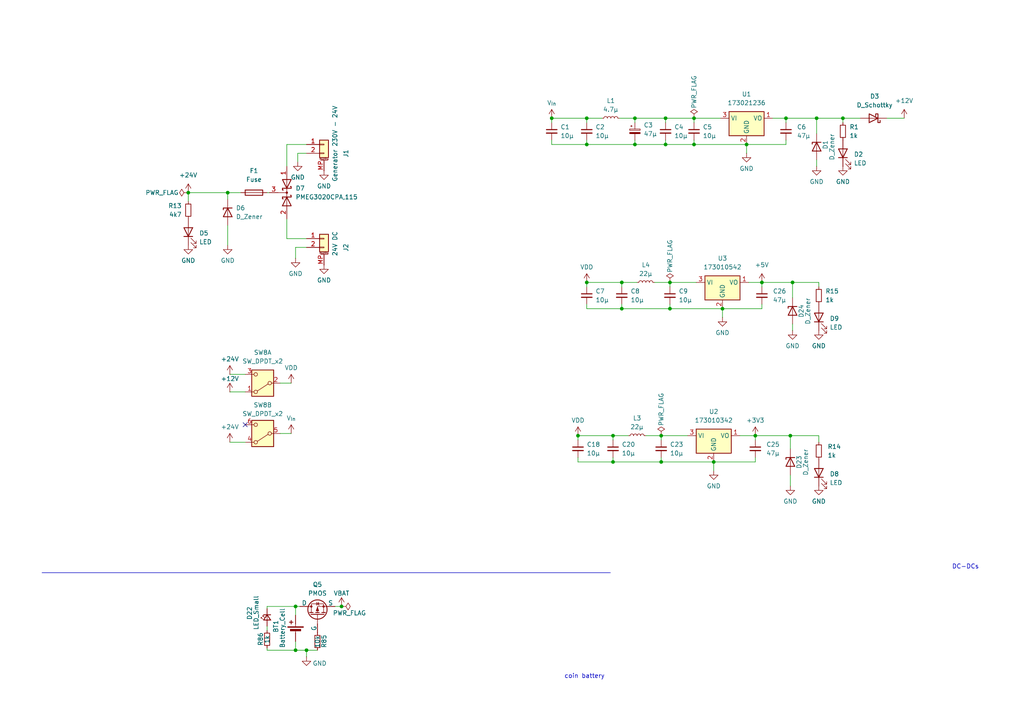
<source format=kicad_sch>
(kicad_sch (version 20250114) (generator "eeschema") (generator_version "9.0")
  (paper "A4")
  (lib_symbols
    (symbol "Connector_Generic_MountingPin:Conn_01x02_MountingPin" (pin_names (offset 1.016) (hide yes))
      (property "Reference" "J" (at 0 2.54 0))
      (property "Value" "Conn_01x02_MountingPin" (at 1.27 -5.08 0))
      (symbol "Conn_01x02_MountingPin_1_1"
        (rectangle (start -1.27 1.27) (end 1.27 -3.81) (stroke (width 0.254)) (fill (type background)))
        (rectangle (start -1.27 0.127) (end 0 -0.127) (stroke (width 0.1524)))
        (rectangle (start -1.27 -2.413) (end 0 -2.667) (stroke (width 0.1524)))
        (polyline (pts (xy -1.016 -4.572) (xy 1.016 -4.572)) (stroke (width 0.1524)))
        (text "Mounting" (at 0 -4.191 0) (effects (font (size 0.381 0.381))))
        (pin passive line (at -5.08 0 0) (length 3.81) (name "Pin_1") (number "1"))
        (pin passive line (at -5.08 -2.54 0) (length 3.81) (name "Pin_2") (number "2"))
        (pin passive line (at 0 -7.62 90) (length 3.048) (name "MountPin") (number "MP"))
      )
    )
    (symbol "D_Zener_1" (pin_numbers (hide yes)) (pin_names (offset 1.016) (hide yes))
      (property "Reference" "D1" (at -1.905 -2.54 0))
      (property "Value" "D_Zener" (at -3.81 -4.445 0))
      (symbol "D_Zener_1_0_1"
        (polyline (pts (xy -1.27 -1.27) (xy -1.27 1.27) (xy -0.762 1.27)) (stroke (width 0.254)))
        (polyline (pts (xy 1.27 0) (xy -1.27 0)))
        (polyline (pts (xy 1.27 -1.27) (xy 1.27 1.27) (xy -1.27 0) (xy 1.27 -1.27)) (stroke (width 0.254)))
      )
      (symbol "D_Zener_1_1_1"
        (pin passive line (at -3.81 0 0) (length 2.54) (name "K") (number "3"))
        (pin passive line (at 3.81 0 180) (length 2.54) (name "A") (number "1"))
      )
    )
    (symbol "Device:Battery_Cell" (pin_numbers (hide yes)) (pin_names (offset 0) (hide yes))
      (property "Reference" "BT" (at 2.54 2.54 0))
      (property "Value" "Battery_Cell" (at 2.54 0 0))
      (symbol "Battery_Cell_0_1"
        (rectangle (start -2.286 1.778) (end 2.286 1.524) (fill (type outline)))
        (rectangle (start -1.524 1.016) (end 1.524 0.508) (fill (type outline)))
        (polyline (pts (xy 0 1.778) (xy 0 2.54)))
        (polyline (pts (xy 0 0.762) (xy 0 0)))
        (polyline (pts (xy 0.762 3.048) (xy 1.778 3.048)) (stroke (width 0.254)))
        (polyline (pts (xy 1.27 3.556) (xy 1.27 2.54)) (stroke (width 0.254)))
      )
      (symbol "Battery_Cell_1_1"
        (pin passive line (at 0 5.08 270) (length 2.54) (name "+") (number "1"))
        (pin passive line (at 0 -2.54 90) (length 2.54) (name "-") (number "2"))
      )
    )
    (symbol "Device:C_Polarized_Small" (pin_numbers (hide yes)) (pin_names (offset 0.254) (hide yes))
      (property "Reference" "C" (at 0.254 1.778 0))
      (property "Value" "C_Polarized_Small" (at 0.254 -2.032 0))
      (symbol "C_Polarized_Small_0_1"
        (rectangle (start -1.524 0.6858) (end 1.524 0.3048))
        (rectangle (start -1.524 -0.3048) (end 1.524 -0.6858) (fill (type outline)))
        (polyline (pts (xy -1.27 1.524) (xy -0.762 1.524)))
        (polyline (pts (xy -1.016 1.27) (xy -1.016 1.778)))
      )
      (symbol "C_Polarized_Small_1_1"
        (pin passive line (at 0 2.54 270) (length 1.8542) (name "~") (number "1"))
        (pin passive line (at 0 -2.54 90) (length 1.8542) (name "~") (number "2"))
      )
    )
    (symbol "Device:C_Small" (pin_numbers (hide yes)) (pin_names (offset 0.254) (hide yes))
      (property "Reference" "C" (at 0.254 1.778 0))
      (property "Value" "C_Small" (at 0.254 -2.032 0))
      (symbol "C_Small_0_1"
        (polyline (pts (xy -1.524 0.508) (xy 1.524 0.508)) (stroke (width 0.3048)))
        (polyline (pts (xy -1.524 -0.508) (xy 1.524 -0.508)) (stroke (width 0.3302)))
      )
      (symbol "C_Small_1_1"
        (pin passive line (at 0 2.54 270) (length 2.032) (name "~") (number "1"))
        (pin passive line (at 0 -2.54 90) (length 2.032) (name "~") (number "2"))
      )
    )
    (symbol "Device:D_Schottky" (pin_numbers (hide yes)) (pin_names (offset 1.016) (hide yes))
      (property "Reference" "D3" (at -0.3175 -6.35 0))
      (property "Value" "D_Schottky" (at -0.3175 -3.81 0))
      (symbol "D_Schottky_0_1"
        (polyline (pts (xy -1.905 0.635) (xy -1.905 1.27) (xy -1.27 1.27) (xy -1.27 -1.27) (xy -0.635 -1.27) (xy -0.635 -0.635)) (stroke (width 0.254)))
        (polyline (pts (xy 1.27 1.27) (xy 1.27 -1.27) (xy -1.27 0) (xy 1.27 1.27)) (stroke (width 0.254)))
        (polyline (pts (xy 1.27 0) (xy -1.27 0)))
      )
      (symbol "D_Schottky_1_1"
        (pin passive line (at -3.81 0 0) (length 2.54) (name "K") (number "3"))
        (pin passive line (at 3.81 0 180) (length 2.54) (name "A") (number "2"))
      )
    )
    (symbol "Device:D_Schottky_Dual_CommonCathode_AAK" (pin_names (offset 0.762) (hide yes))
      (property "Reference" "D" (at 1.27 -2.54 0))
      (property "Value" "D_Schottky_Dual_CommonCathode_AAK" (at 0 2.54 0))
      (symbol "D_Schottky_Dual_CommonCathode_AAK_0_1"
        (polyline (pts (xy -3.81 1.27) (xy -1.27 0) (xy -3.81 -1.27) (xy -3.81 1.27) (xy -3.81 1.27) (xy -3.81 1.27)) (stroke (width 0.254)))
        (polyline (pts (xy -3.81 0) (xy 3.81 0)))
        (polyline (pts (xy -1.778 1.016) (xy -1.778 1.27) (xy -1.27 1.27) (xy -1.27 1.27) (xy -1.27 1.27)) (stroke (width 0.254)))
        (polyline (pts (xy -1.27 -1.27) (xy -1.27 1.27) (xy -1.27 1.27)) (stroke (width 0.254)))
        (polyline (pts (xy -1.27 -1.27) (xy -0.762 -1.27) (xy -0.762 -1.016) (xy -0.762 -1.016)) (stroke (width 0.254)))
        (polyline (pts (xy 0 0) (xy 0 -2.54)))
        (circle (center 0 0) (radius 0.254) (fill (type outline)))
        (polyline (pts (xy 1.27 1.27) (xy 0.762 1.27) (xy 0.762 1.016) (xy 0.762 1.016)) (stroke (width 0.254)))
        (polyline (pts (xy 1.27 -1.27) (xy 1.27 1.27) (xy 1.27 1.27)) (stroke (width 0.254)))
        (polyline (pts (xy 1.27 -1.27) (xy 1.778 -1.27) (xy 1.778 -1.016) (xy 1.778 -1.016)) (stroke (width 0.254)))
        (polyline (pts (xy 3.81 -1.27) (xy 1.27 0) (xy 3.81 1.27) (xy 3.81 -1.27) (xy 3.81 -1.27) (xy 3.81 -1.27)) (stroke (width 0.254)))
        (pin passive line (at -7.62 0 0) (length 3.81) (name "A") (number "1"))
        (pin passive line (at 0 -5.08 90) (length 2.54) (name "K") (number "3"))
        (pin passive line (at 7.62 0 180) (length 3.81) (name "A") (number "2"))
      )
    )
    (symbol "Device:D_Zener" (pin_numbers (hide yes)) (pin_names (offset 1.016) (hide yes))
      (property "Reference" "D" (at 0 2.54 0))
      (property "Value" "D_Zener" (at 0 -2.54 0))
      (symbol "D_Zener_0_1"
        (polyline (pts (xy -1.27 -1.27) (xy -1.27 1.27) (xy -0.762 1.27)) (stroke (width 0.254)))
        (polyline (pts (xy 1.27 0) (xy -1.27 0)))
        (polyline (pts (xy 1.27 -1.27) (xy 1.27 1.27) (xy -1.27 0) (xy 1.27 -1.27)) (stroke (width 0.254)))
      )
      (symbol "D_Zener_1_1"
        (pin passive line (at -3.81 0 0) (length 2.54) (name "K") (number "1"))
        (pin passive line (at 3.81 0 180) (length 2.54) (name "A") (number "2"))
      )
    )
    (symbol "Device:Fuse" (pin_numbers (hide yes)) (pin_names (offset 0))
      (property "Reference" "F" (at 2.032 0 90))
      (property "Value" "Fuse" (at -1.905 0 90))
      (symbol "Fuse_0_1"
        (rectangle (start -0.762 -2.54) (end 0.762 2.54) (stroke (width 0.254)))
        (polyline (pts (xy 0 2.54) (xy 0 -2.54)))
      )
      (symbol "Fuse_1_1"
        (pin passive line (at 0 3.81 270) (length 1.27) (name "~") (number "1"))
        (pin passive line (at 0 -3.81 90) (length 1.27) (name "~") (number "2"))
      )
    )
    (symbol "Device:LED" (pin_numbers (hide yes)) (pin_names (offset 1.016) (hide yes))
      (property "Reference" "D" (at 0 2.54 0))
      (property "Value" "LED" (at 0 -2.54 0))
      (symbol "LED_0_1"
        (polyline (pts (xy -3.048 -0.762) (xy -4.572 -2.286) (xy -3.81 -2.286) (xy -4.572 -2.286) (xy -4.572 -1.524)))
        (polyline (pts (xy -1.778 -0.762) (xy -3.302 -2.286) (xy -2.54 -2.286) (xy -3.302 -2.286) (xy -3.302 -1.524)))
        (polyline (pts (xy -1.27 0) (xy 1.27 0)))
        (polyline (pts (xy -1.27 -1.27) (xy -1.27 1.27)) (stroke (width 0.254)))
        (polyline (pts (xy 1.27 -1.27) (xy 1.27 1.27) (xy -1.27 0) (xy 1.27 -1.27)) (stroke (width 0.254)))
      )
      (symbol "LED_1_1"
        (pin passive line (at -3.81 0 0) (length 2.54) (name "K") (number "1"))
        (pin passive line (at 3.81 0 180) (length 2.54) (name "A") (number "2"))
      )
    )
    (symbol "Device:LED_Small" (pin_numbers (hide yes)) (pin_names (offset 0.254) (hide yes))
      (property "Reference" "D" (at -1.27 3.175 0))
      (property "Value" "LED_Small" (at -4.445 -2.54 0))
      (symbol "LED_Small_0_1"
        (polyline (pts (xy -0.762 -1.016) (xy -0.762 1.016)) (stroke (width 0.254)))
        (polyline (pts (xy 0 0.762) (xy -0.508 1.27) (xy -0.254 1.27) (xy -0.508 1.27) (xy -0.508 1.016)))
        (polyline (pts (xy 0.508 1.27) (xy 0 1.778) (xy 0.254 1.778) (xy 0 1.778) (xy 0 1.524)))
        (polyline (pts (xy 0.762 -1.016) (xy -0.762 0) (xy 0.762 1.016) (xy 0.762 -1.016)) (stroke (width 0.254)))
        (polyline (pts (xy 1.016 0) (xy -0.762 0)))
      )
      (symbol "LED_Small_1_1"
        (pin passive line (at -2.54 0 0) (length 1.778) (name "K") (number "1"))
        (pin passive line (at 2.54 0 180) (length 1.778) (name "A") (number "2"))
      )
    )
    (symbol "Device:L_Small" (pin_numbers (hide yes)) (pin_names (offset 0.254) (hide yes))
      (property "Reference" "L" (at 0.762 1.016 0))
      (property "Value" "L_Small" (at 0.762 -1.016 0))
      (symbol "L_Small_0_1"
        (arc (start 0 2.032) (mid 0.5058 1.524) (end 0 1.016))
        (arc (start 0 1.016) (mid 0.5058 0.508) (end 0 0))
        (arc (start 0 0) (mid 0.5058 -0.508) (end 0 -1.016))
        (arc (start 0 -1.016) (mid 0.5058 -1.524) (end 0 -2.032))
      )
      (symbol "L_Small_1_1"
        (pin passive line (at 0 2.54 270) (length 0.508) (name "~") (number "1"))
        (pin passive line (at 0 -2.54 90) (length 0.508) (name "~") (number "2"))
      )
    )
    (symbol "Device:R_Small" (pin_numbers (hide yes)) (pin_names (offset 0.254) (hide yes))
      (property "Reference" "R" (at 0.762 0.508 0))
      (property "Value" "R_Small" (at 0.762 -1.016 0))
      (symbol "R_Small_0_1"
        (rectangle (start -0.762 1.778) (end 0.762 -1.778) (stroke (width 0.2032)))
      )
      (symbol "R_Small_1_1"
        (pin passive line (at 0 2.54 270) (length 0.762) (name "~") (number "1"))
        (pin passive line (at 0 -2.54 90) (length 0.762) (name "~") (number "2"))
      )
    )
    (symbol "LD1117S12TR_SOT223_1"
      (property "Reference" "U2" (at 0 6.985 0))
      (property "Value" "173010342" (at 0 4.445 0))
      (symbol "LD1117S12TR_SOT223_1_0_1"
        (rectangle (start -5.08 -5.08) (end 5.08 1.905) (stroke (width 0.254)) (fill (type background)))
      )
      (symbol "LD1117S12TR_SOT223_1_1_1"
        (pin power_in line (at -7.62 0 0) (length 2.54) (name "VI") (number "3"))
        (pin power_in line (at 0 -7.62 90) (length 2.54) (name "GND") (number "2"))
        (pin power_out line (at 7.62 0 180) (length 2.54) (name "VO") (number "1"))
      )
    )
    (symbol "Regulator_Linear:LD1117S12TR_SOT223"
      (property "Reference" "U3" (at 0 6.985 0))
      (property "Value" "173020536" (at 0 4.445 0))
      (symbol "LD1117S12TR_SOT223_0_1"
        (rectangle (start -5.08 -5.08) (end 5.08 1.905) (stroke (width 0.254)) (fill (type background)))
      )
      (symbol "LD1117S12TR_SOT223_1_1"
        (pin power_in line (at -7.62 0 0) (length 2.54) (name "VI") (number "3"))
        (pin power_in line (at 0 -7.62 90) (length 2.54) (name "GND") (number "2"))
        (pin power_out line (at 7.62 0 180) (length 2.54) (name "VO") (number "1"))
      )
    )
    (symbol "Simulation_SPICE:PMOS" (pin_numbers (hide yes)) (pin_names (offset 0))
      (property "Reference" "Q" (at 5.08 1.27 0))
      (property "Value" "PMOS" (at 5.08 -1.27 0))
      (symbol "PMOS_0_1"
        (polyline (pts (xy 0.254 1.905) (xy 0.254 -1.905)) (stroke (width 0.254)))
        (polyline (pts (xy 0.254 0) (xy -2.54 0)))
        (polyline (pts (xy 0.762 2.286) (xy 0.762 1.27)) (stroke (width 0.254)))
        (polyline (pts (xy 0.762 1.778) (xy 3.302 1.778) (xy 3.302 -1.778) (xy 0.762 -1.778)))
        (polyline (pts (xy 0.762 0.508) (xy 0.762 -0.508)) (stroke (width 0.254)))
        (polyline (pts (xy 0.762 -1.27) (xy 0.762 -2.286)) (stroke (width 0.254)))
        (circle (center 1.651 0) (radius 2.794) (stroke (width 0.254)))
        (polyline (pts (xy 2.286 0) (xy 1.27 0.381) (xy 1.27 -0.381) (xy 2.286 0)) (fill (type outline)))
        (polyline (pts (xy 2.54 2.54) (xy 2.54 1.778)))
        (circle (center 2.54 1.778) (radius 0.254) (fill (type outline)))
        (circle (center 2.54 -1.778) (radius 0.254) (fill (type outline)))
        (polyline (pts (xy 2.54 -2.54) (xy 2.54 0) (xy 0.762 0)))
        (polyline (pts (xy 2.794 -0.508) (xy 2.921 -0.381) (xy 3.683 -0.381) (xy 3.81 -0.254)))
        (polyline (pts (xy 3.302 -0.381) (xy 2.921 0.254) (xy 3.683 0.254) (xy 3.302 -0.381)))
      )
      (symbol "PMOS_1_1"
        (pin input line (at -5.08 0 0) (length 2.54) (name "G") (number "2"))
        (pin passive line (at 2.54 5.08 270) (length 2.54) (name "D") (number "1"))
        (pin passive line (at 2.54 -5.08 90) (length 2.54) (name "S") (number "3"))
      )
    )
    (symbol "Switch:SW_DPDT_x2" (pin_names (offset 0) (hide yes))
      (property "Reference" "SW" (at 0 5.08 0))
      (property "Value" "SW_DPDT_x2" (at 0 -5.08 0))
      (symbol "SW_DPDT_x2_0_0"
        (circle (center -2.032 0) (radius 0.508))
        (circle (center 2.032 -2.54) (radius 0.508))
      )
      (symbol "SW_DPDT_x2_0_1"
        (rectangle (start -3.175 3.81) (end 3.175 -3.81) (stroke (width 0.254)) (fill (type background)))
        (polyline (pts (xy -1.524 0.254) (xy 1.5748 2.286)))
        (circle (center 2.032 2.54) (radius 0.508))
      )
      (symbol "SW_DPDT_x2_1_1"
        (pin passive line (at -5.08 0 0) (length 2.54) (name "B") (number "2"))
        (pin passive line (at 5.08 2.54 180) (length 2.54) (name "A") (number "1"))
        (pin passive line (at 5.08 -2.54 180) (length 2.54) (name "C") (number "3"))
      )
      (symbol "SW_DPDT_x2_2_1"
        (pin passive line (at -5.08 0 0) (length 2.54) (name "B") (number "5"))
        (pin passive line (at 5.08 2.54 180) (length 2.54) (name "A") (number "4"))
        (pin passive line (at 5.08 -2.54 180) (length 2.54) (name "C") (number "6"))
      )
    )
    (symbol "power:+12V" (power) (pin_numbers (hide yes)) (pin_names (offset 0) (hide yes))
      (property "Value" "+12V" (at 0 3.556 0))
      (symbol "+12V_0_1"
        (polyline (pts (xy -0.762 1.27) (xy 0 2.54)))
        (polyline (pts (xy 0 2.54) (xy 0.762 1.27)))
        (polyline (pts (xy 0 0) (xy 0 2.54)))
      )
      (symbol "+12V_1_1"
        (pin power_in line (at 0 0 90) (length 0) (name "~") (number "1"))
      )
    )
    (symbol "power:+24V" (power) (pin_numbers (hide yes)) (pin_names (offset 0) (hide yes))
      (property "Value" "+24V" (at 0 3.556 0))
      (symbol "+24V_0_1"
        (polyline (pts (xy -0.762 1.27) (xy 0 2.54)))
        (polyline (pts (xy 0 2.54) (xy 0.762 1.27)))
        (polyline (pts (xy 0 0) (xy 0 2.54)))
      )
      (symbol "+24V_1_1"
        (pin power_in line (at 0 0 90) (length 0) (name "~") (number "1"))
      )
    )
    (symbol "power:+3V3" (power) (pin_numbers (hide yes)) (pin_names (offset 0) (hide yes))
      (property "Value" "+3V3" (at 0 3.556 0))
      (symbol "+3V3_0_1"
        (polyline (pts (xy -0.762 1.27) (xy 0 2.54)))
        (polyline (pts (xy 0 2.54) (xy 0.762 1.27)))
        (polyline (pts (xy 0 0) (xy 0 2.54)))
      )
      (symbol "+3V3_1_1"
        (pin power_in line (at 0 0 90) (length 0) (name "~") (number "1"))
      )
    )
    (symbol "power:+5V" (power) (pin_numbers (hide yes)) (pin_names (offset 0) (hide yes))
      (property "Value" "+5V" (at 0 3.556 0))
      (symbol "+5V_0_1"
        (polyline (pts (xy -0.762 1.27) (xy 0 2.54)))
        (polyline (pts (xy 0 2.54) (xy 0.762 1.27)))
        (polyline (pts (xy 0 0) (xy 0 2.54)))
      )
      (symbol "+5V_1_1"
        (pin power_in line (at 0 0 90) (length 0) (name "~") (number "1"))
      )
    )
    (symbol "power:GND" (power) (pin_numbers (hide yes)) (pin_names (offset 0) (hide yes))
      (property "Value" "GND" (at 0 -3.81 0))
      (symbol "GND_0_1"
        (polyline (pts (xy 0 0) (xy 0 -1.27) (xy 1.27 -1.27) (xy 0 -2.54) (xy -1.27 -1.27) (xy 0 -1.27)))
      )
      (symbol "GND_1_1"
        (pin power_in line (at 0 0 270) (length 0) (name "~") (number "1"))
      )
    )
    (symbol "power:PWR_FLAG" (power) (pin_numbers (hide yes)) (pin_names (offset 0) (hide yes))
      (property "Value" "PWR_FLAG" (at 0 3.81 0))
      (symbol "PWR_FLAG_0_0"
        (pin power_out line (at 0 0 90) (length 0) (name "~") (number "1"))
      )
      (symbol "PWR_FLAG_0_1"
        (polyline (pts (xy 0 0) (xy 0 1.27) (xy -1.016 1.905) (xy 0 2.54) (xy 1.016 1.905) (xy 0 1.27)))
      )
    )
    (symbol "power:VDD" (power) (pin_numbers (hide yes)) (pin_names (offset 0) (hide yes))
      (property "Value" "VDD" (at 0 3.556 0))
      (symbol "VDD_0_1"
        (polyline (pts (xy -0.762 1.27) (xy 0 2.54)))
        (polyline (pts (xy 0 2.54) (xy 0.762 1.27)))
        (polyline (pts (xy 0 0) (xy 0 2.54)))
      )
      (symbol "VDD_1_1"
        (pin power_in line (at 0 0 90) (length 0) (name "~") (number "1"))
      )
    )
  )
  (text "coin battery" (at 169.545 196.215 0) (effects (font (size 1.27 1.27))))
  (text "DC-DCs" (at 280.035 164.465 0) (effects (font (size 1.27 1.27))))
  (junction (at 167.64 126.365))
  (junction (at 207.01 133.985))
  (junction (at 227.965 34.29))
  (junction (at 201.295 41.91))
  (junction (at 85.725 188.595))
  (junction (at 54.61 55.88))
  (junction (at 191.77 126.365))
  (junction (at 180.34 81.915))
  (junction (at 229.87 81.915))
  (junction (at 85.725 175.895))
  (junction (at 219.075 126.365))
  (junction (at 194.31 81.915))
  (junction (at 170.18 34.29))
  (junction (at 177.8 126.365))
  (junction (at 191.77 133.985))
  (junction (at 88.9 188.595))
  (junction (at 160.02 34.29))
  (junction (at 177.8 133.985))
  (junction (at 201.295 34.29))
  (junction (at 229.235 126.365))
  (junction (at 99.06 175.895))
  (junction (at 170.18 41.91))
  (junction (at 220.98 81.915))
  (junction (at 216.535 41.91))
  (junction (at 170.18 81.915))
  (junction (at 244.475 34.29))
  (junction (at 180.34 89.535))
  (junction (at 66.04 55.88))
  (junction (at 184.15 34.29))
  (junction (at 236.855 34.29))
  (junction (at 193.04 34.29))
  (junction (at 209.55 89.535))
  (junction (at 184.15 41.91))
  (junction (at 194.31 89.535))
  (junction (at 193.04 41.91))
  (no_connect (at 71.12 123.19))
  (wire (pts (xy 180.34 81.915) (xy 184.785 81.915)))
  (wire (pts (xy 83.185 69.215) (xy 83.185 63.5)))
  (wire (pts (xy 229.87 81.915) (xy 220.98 81.915)))
  (wire (pts (xy 236.855 34.29) (xy 236.855 38.735)))
  (wire (pts (xy 180.34 88.265) (xy 180.34 89.535)))
  (wire (pts (xy 83.185 41.91) (xy 88.9 41.91)))
  (wire (pts (xy 167.64 126.365) (xy 167.64 127.635)))
  (wire (pts (xy 184.15 34.29) (xy 184.15 35.56)))
  (wire (pts (xy 220.98 88.265) (xy 220.98 89.535)))
  (wire (pts (xy 160.02 34.29) (xy 170.18 34.29)))
  (wire (pts (xy 167.64 126.365) (xy 177.8 126.365)))
  (wire (pts (xy 220.98 89.535) (xy 209.55 89.535)))
  (wire (pts (xy 170.18 40.64) (xy 170.18 41.91)))
  (wire (pts (xy 77.47 182.88) (xy 77.47 181.61)))
  (wire (pts (xy 191.77 133.985) (xy 207.01 133.985)))
  (wire (pts (xy 229.235 130.175) (xy 229.235 126.365)))
  (wire (pts (xy 54.61 55.88) (xy 66.04 55.88)))
  (wire (pts (xy 77.47 55.88) (xy 78.105 55.88)))
  (wire (pts (xy 214.63 126.365) (xy 219.075 126.365)))
  (wire (pts (xy 193.04 34.29) (xy 193.04 35.56)))
  (wire (pts (xy 236.855 46.355) (xy 236.855 48.26)))
  (wire (pts (xy 219.075 126.365) (xy 219.075 127.635)))
  (wire (pts (xy 66.675 128.27) (xy 71.12 128.27)))
  (wire (pts (xy 244.475 34.29) (xy 249.555 34.29)))
  (wire (pts (xy 167.64 133.985) (xy 177.8 133.985)))
  (wire (pts (xy 160.02 34.29) (xy 160.02 35.56)))
  (wire (pts (xy 177.8 126.365) (xy 182.245 126.365)))
  (wire (pts (xy 88.9 188.595) (xy 92.075 188.595)))
  (wire (pts (xy 194.31 81.915) (xy 194.31 83.185)))
  (wire (pts (xy 224.155 34.29) (xy 227.965 34.29)))
  (wire (pts (xy 179.705 34.29) (xy 184.15 34.29)))
  (wire (pts (xy 170.18 34.29) (xy 170.18 35.56)))
  (wire (pts (xy 85.725 188.595) (xy 88.9 188.595)))
  (wire (pts (xy 66.04 55.88) (xy 69.85 55.88)))
  (wire (pts (xy 81.28 111.125) (xy 84.455 111.125)))
  (wire (pts (xy 194.31 89.535) (xy 209.55 89.535)))
  (wire (pts (xy 201.295 41.91) (xy 216.535 41.91)))
  (wire (pts (xy 201.295 34.29) (xy 201.295 35.56)))
  (wire (pts (xy 187.325 126.365) (xy 191.77 126.365)))
  (wire (pts (xy 184.15 40.64) (xy 184.15 41.91)))
  (wire (pts (xy 66.04 65.405) (xy 66.04 71.12)))
  (wire (pts (xy 257.175 34.29) (xy 262.255 34.29)))
  (wire (pts (xy 227.965 34.29) (xy 227.965 35.56)))
  (wire (pts (xy 97.155 175.895) (xy 99.06 175.895)))
  (wire (pts (xy 85.725 175.895) (xy 86.995 175.895)))
  (wire (pts (xy 209.55 89.535) (xy 209.55 92.075)))
  (wire (pts (xy 191.77 126.365) (xy 199.39 126.365)))
  (wire (pts (xy 77.47 187.96) (xy 77.47 188.595)))
  (wire (pts (xy 184.15 34.29) (xy 193.04 34.29)))
  (wire (pts (xy 244.475 35.56) (xy 244.475 34.29)))
  (wire (pts (xy 170.18 81.915) (xy 170.18 83.185)))
  (wire (pts (xy 77.47 175.895) (xy 85.725 175.895)))
  (wire (pts (xy 77.47 176.53) (xy 77.47 175.895)))
  (wire (pts (xy 177.8 132.715) (xy 177.8 133.985)))
  (wire (pts (xy 191.77 126.365) (xy 191.77 127.635)))
  (wire (pts (xy 201.295 40.64) (xy 201.295 41.91)))
  (wire (pts (xy 193.04 34.29) (xy 201.295 34.29)))
  (wire (pts (xy 207.01 133.985) (xy 207.01 136.525)))
  (wire (pts (xy 220.98 81.915) (xy 220.98 83.185)))
  (wire (pts (xy 170.18 89.535) (xy 180.34 89.535)))
  (wire (pts (xy 180.34 89.535) (xy 194.31 89.535)))
  (wire (pts (xy 88.9 69.215) (xy 83.185 69.215)))
  (wire (pts (xy 193.04 40.64) (xy 193.04 41.91)))
  (wire (pts (xy 189.865 81.915) (xy 194.31 81.915)))
  (wire (pts (xy 237.49 83.185) (xy 237.49 81.915)))
  (wire (pts (xy 193.04 41.91) (xy 201.295 41.91)))
  (wire (pts (xy 170.18 41.91) (xy 184.15 41.91)))
  (wire (pts (xy 237.49 126.365) (xy 237.49 128.27)))
  (wire (pts (xy 229.87 81.915) (xy 229.87 86.36)))
  (wire (pts (xy 170.18 88.265) (xy 170.18 89.535)))
  (wire (pts (xy 83.185 48.26) (xy 83.185 41.91)))
  (wire (pts (xy 86.36 44.45) (xy 86.36 46.99)))
  (wire (pts (xy 227.965 40.64) (xy 227.965 41.91)))
  (wire (pts (xy 244.475 34.29) (xy 236.855 34.29)))
  (wire (pts (xy 177.8 126.365) (xy 177.8 127.635)))
  (wire (pts (xy 66.04 55.88) (xy 66.04 57.785)))
  (wire (pts (xy 88.9 188.595) (xy 88.9 190.5)))
  (wire (pts (xy 170.18 34.29) (xy 174.625 34.29)))
  (wire (pts (xy 227.965 41.91) (xy 216.535 41.91)))
  (wire (pts (xy 160.02 41.91) (xy 170.18 41.91)))
  (wire (pts (xy 170.18 81.915) (xy 180.34 81.915)))
  (wire (pts (xy 85.725 186.055) (xy 85.725 188.595)))
  (wire (pts (xy 86.36 44.45) (xy 88.9 44.45)))
  (wire (pts (xy 81.28 125.73) (xy 84.455 125.73)))
  (wire (pts (xy 237.49 81.915) (xy 229.87 81.915)))
  (wire (pts (xy 219.075 126.365) (xy 229.235 126.365)))
  (wire (pts (xy 177.8 133.985) (xy 191.77 133.985)))
  (wire (pts (xy 85.725 178.435) (xy 85.725 175.895)))
  (wire (pts (xy 229.235 126.365) (xy 237.49 126.365)))
  (wire (pts (xy 217.17 81.915) (xy 220.98 81.915)))
  (wire (pts (xy 167.64 132.715) (xy 167.64 133.985)))
  (wire (pts (xy 85.725 71.755) (xy 85.725 74.93)))
  (wire (pts (xy 54.61 58.42) (xy 54.61 55.88)))
  (wire (pts (xy 191.77 132.715) (xy 191.77 133.985)))
  (wire (pts (xy 66.675 108.585) (xy 71.12 108.585)))
  (wire (pts (xy 184.15 41.91) (xy 193.04 41.91)))
  (wire (pts (xy 194.31 88.265) (xy 194.31 89.535)))
  (wire (pts (xy 88.9 71.755) (xy 85.725 71.755)))
  (wire (pts (xy 207.01 133.985) (xy 219.075 133.985)))
  (wire (pts (xy 236.855 34.29) (xy 227.965 34.29)))
  (wire (pts (xy 219.075 132.715) (xy 219.075 133.985)))
  (wire (pts (xy 180.34 81.915) (xy 180.34 83.185)))
  (wire (pts (xy 160.02 40.64) (xy 160.02 41.91)))
  (wire (pts (xy 229.87 93.98) (xy 229.87 95.885)))
  (wire (pts (xy 194.31 81.915) (xy 201.93 81.915)))
  (polyline (pts (xy 177.038 166.116) (xy 12.192 166.116)))
  (wire (pts (xy 66.675 113.665) (xy 71.12 113.665)))
  (wire (pts (xy 77.47 188.595) (xy 85.725 188.595)))
  (wire (pts (xy 229.235 137.795) (xy 229.235 140.97)))
  (wire (pts (xy 216.535 41.91) (xy 216.535 44.45)))
  (wire (pts (xy 201.295 34.29) (xy 208.915 34.29)))
  (symbol (lib_id "power:GND") (at 207.01 136.525 0) (unit 1)
    (property "Reference" "#PWR025" (effects (hide yes)))
    (property "Value" "GND" (at 207.01 140.97 0))
    (property "Description" "Power symbol creates a global label with name \"GND\" , ground" (effects (hide yes)))
  )
  (symbol (lib_id "power:PWR_FLAG") (at 54.61 55.88 90) (unit 1)
    (property "Reference" "#FLG01" (effects (hide yes)))
    (property "Value" "PWR_FLAG" (at 46.99 55.88 90))
    (property "Description" "Special symbol for telling ERC where power comes from" (effects (hide yes)))
  )
  (symbol (lib_id "Connector_Generic_MountingPin:Conn_01x02_MountingPin") (at 93.98 41.91 0) (unit 1)
    (property "Reference" "J1" (at 100.33 45.72 90) (effects (justify left)))
    (property "Value" "Generator 230V - 24V" (at 97.155 52.705 90) (effects (justify left)))
    (property "Footprint" "FaSTTUBe_connectors:Micro_Mate-N-Lok_2p_vertical" (effects (hide yes)))
    (property "Description" "Generic connectable mounting pin connector, single row, 01x02, script generated (kicad-library-utils/schlib/autogen/connector/)" (effects (hide yes)))
  )
  (symbol (lib_name "D_Zener_1") (lib_id "Device:D_Zener") (at 236.855 42.545 90) (mirror x) (unit 1)
    (property "Reference" "D1" (at 239.395 40.64 0) (effects (justify left)))
    (property "Value" "D_Zener" (at 241.3 38.735 0) (effects (justify left)))
    (property "Footprint" "Package_TO_SOT_SMD:SOT-23-3" (effects (hide yes)))
    (property "Datasheet" "https://www.onsemi.com/products/discrete-power-modules/zener-diodes/mmsz" (effects (hide yes)))
    (property "Description" "MMSZ24T1G" (effects (hide yes)))
  )
  (symbol (lib_id "Device:C_Small") (at 193.04 38.1 0) (unit 1)
    (property "Reference" "C4" (at 195.58 36.8362 0) (effects (justify left)))
    (property "Value" "10µ" (at 195.58 39.3762 0) (effects (justify left)))
    (property "Footprint" "Capacitor_SMD:C_1206_3216Metric" (effects (hide yes)))
    (property "Description" "Unpolarized capacitor, X5R" (effects (hide yes)))
  )
  (symbol (lib_id "power:+24V") (at 54.61 55.88 0) (unit 1)
    (property "Reference" "#PWR022" (effects (hide yes)))
    (property "Value" "+24V" (at 54.61 50.8 0))
    (property "Description" "Power symbol creates a global label with name \"+24V\"" (effects (hide yes)))
  )
  (symbol (lib_id "Device:C_Small") (at 167.64 130.175 0) (unit 1)
    (property "Reference" "C18" (at 170.18 128.9112 0) (effects (justify left)))
    (property "Value" "10µ" (at 170.18 131.4512 0) (effects (justify left)))
    (property "Footprint" "Capacitor_SMD:C_1206_3216Metric" (effects (hide yes)))
    (property "Description" "Unpolarized capacitor, X5R" (effects (hide yes)))
  )
  (symbol (lib_id "Device:R_Small") (at 92.075 186.055 0) (unit 1)
    (property "Reference" "R85" (at 93.98 187.96 90) (effects (justify left)))
    (property "Value" "10k" (at 92.075 187.96 90) (effects (justify left)))
    (property "Footprint" "Resistor_SMD:R_0603_1608Metric" (effects (hide yes)))
    (property "Description" "Resistor, small symbol" (effects (hide yes)))
  )
  (symbol (lib_id "power:GND") (at 88.9 190.5 0) (unit 1)
    (property "Reference" "#PWR0200" (effects (hide yes)))
    (property "Value" "GND" (at 92.71 192.405 0))
    (property "Description" "Power symbol creates a global label with name \"GND\" , ground" (effects (hide yes)))
  )
  (symbol (lib_id "Device:LED_Small") (at 77.47 179.07 90) (mirror x) (unit 1)
    (property "Reference" "D22" (at 72.39 175.895 0) (effects (justify left)))
    (property "Value" "LED_Small" (at 74.295 172.72 0) (effects (justify left)))
    (property "Footprint" "LED_SMD:LED_0603_1608Metric" (effects (hide yes)))
    (property "Description" "Light emitting diode, small symbol" (effects (hide yes)))
    (property "Sim.Pin" "1=K 2=A" (effects (hide yes)))
  )
  (symbol (lib_id "Device:LED") (at 244.475 44.45 90) (unit 1)
    (property "Reference" "D2" (at 247.65 44.7674 90) (effects (justify right)))
    (property "Value" "LED" (at 247.65 47.3074 90) (effects (justify right)))
    (property "Footprint" "LED_SMD:LED_0603_1608Metric" (effects (hide yes)))
    (property "Description" "Light emitting diode" (effects (hide yes)))
  )
  (symbol (lib_id "power:+3V3") (at 219.075 126.365 0) (unit 1)
    (property "Reference" "#PWR029" (effects (hide yes)))
    (property "Value" "+3V3" (at 219.075 121.92 0))
    (property "Description" "Power symbol creates a global label with name \"+3V3\"" (effects (hide yes)))
  )
  (symbol (lib_id "Regulator_Linear:LD1117S12TR_SOT223") (at 216.535 34.29 0) (unit 1)
    (property "Reference" "U1" (at 216.535 27.305 0))
    (property "Value" "173021236" (at 216.535 29.845 0))
    (property "Footprint" "Charger:173010542" (effects (hide yes)))
    (property "Datasheet" "https://www.we-online.com/components/products/datasheet/173021236.pdf" (effects (hide yes)))
    (property "Description" "800mA Fixed Low Drop Positive Voltage Regulator, Fixed Output 1.2V, SOT-223" (effects (hide yes)))
  )
  (symbol (lib_id "Device:C_Polarized_Small") (at 184.15 38.1 0) (unit 1)
    (property "Reference" "C3" (at 186.69 36.2838 0) (effects (justify left)))
    (property "Value" "47µ" (at 186.69 38.8238 0) (effects (justify left)))
    (property "Footprint" "Capacitor_SMD:CP_Elec_6.3x7.7" (effects (hide yes)))
    (property "Datasheet" "https://www.we-online.com/components/products/datasheet/865060645008.pdf" (effects (hide yes)))
    (property "Description" "865060645008" (effects (hide yes)))
  )
  (symbol (lib_id "power:+5V") (at 220.98 81.915 0) (unit 1)
    (property "Reference" "#PWR032" (effects (hide yes)))
    (property "Value" "+5V" (at 220.98 76.835 0))
    (property "Description" "Power symbol creates a global label with name \"+5V\"" (effects (hide yes)))
  )
  (symbol (lib_id "power:PWR_FLAG") (at 191.77 126.365 0) (unit 1)
    (property "Reference" "#FLG02" (effects (hide yes)))
    (property "Value" "PWR_FLAG" (at 191.77 118.745 90))
    (property "Description" "Special symbol for telling ERC where power comes from" (effects (hide yes)))
  )
  (symbol (lib_id "power:VDD") (at 167.64 126.365 0) (unit 1)
    (property "Reference" "#PWR07" (effects (hide yes)))
    (property "Value" "VDD" (at 167.64 121.92 0))
    (property "Description" "Power symbol creates a global label with name \"VDD\"" (effects (hide yes)))
  )
  (symbol (lib_id "Device:L_Small") (at 177.165 34.29 90) (unit 1)
    (property "Reference" "L1" (at 177.165 29.21 90))
    (property "Value" "4.7µ" (at 177.165 31.75 90))
    (property "Footprint" "Inductor_SMD:L_Wuerth_WE-PD2-Typ-MS" (effects (hide yes)))
    (property "Datasheet" "https://www.we-online.com/components/products/datasheet/744774047.pdf" (effects (hide yes)))
    (property "Description" "744774047" (effects (hide yes)))
  )
  (symbol (lib_id "Device:C_Small") (at 191.77 130.175 0) (unit 1)
    (property "Reference" "C23" (at 194.31 128.9112 0) (effects (justify left)))
    (property "Value" "10µ" (at 194.31 131.4512 0) (effects (justify left)))
    (property "Footprint" "Capacitor_SMD:C_1206_3216Metric" (effects (hide yes)))
    (property "Description" "Unpolarized capacitor, X5R" (effects (hide yes)))
  )
  (symbol (lib_id "Switch:SW_DPDT_x2") (at 76.2 125.73 180) (unit 2)
    (property "Reference" "SW8" (at 76.2 117.475 0))
    (property "Value" "SW_DPDT_x2" (at 76.2 120.015 0))
    (property "Footprint" "FaSTTUBe_connectors:Micro_Mate-N-Lok_4p_vertical" (effects (hide yes)))
    (property "Description" "Switch, dual pole double throw, separate symbols" (effects (hide yes)))
  )
  (symbol (lib_id "Device:Battery_Cell") (at 85.725 183.515 0) (mirror y) (unit 1)
    (property "Reference" "BT1" (at 80.01 183.515 90) (effects (justify left)))
    (property "Value" "Battery_Cell" (at 81.915 187.96 90) (effects (justify left)))
    (property "Footprint" "Battery:BatteryHolder_Multicomp_BC-2001_1x2032" (effects (hide yes)))
    (property "Description" "Single-cell battery" (effects (hide yes)))
  )
  (symbol (lib_id "Device:LED") (at 237.49 92.075 90) (unit 1)
    (property "Reference" "D9" (at 240.665 92.3924 90) (effects (justify right)))
    (property "Value" "LED" (at 240.665 94.9324 90) (effects (justify right)))
    (property "Footprint" "LED_SMD:LED_0603_1608Metric" (effects (hide yes)))
    (property "Description" "Light emitting diode" (effects (hide yes)))
  )
  (symbol (lib_id "power:GND") (at 244.475 48.26 0) (unit 1)
    (property "Reference" "#PWR05" (effects (hide yes)))
    (property "Value" "GND" (at 244.475 52.705 0))
    (property "Description" "Power symbol creates a global label with name \"GND\" , ground" (effects (hide yes)))
  )
  (symbol (lib_id "power:VDD") (at 84.455 111.125 0) (unit 1)
    (property "Reference" "#PWR010" (effects (hide yes)))
    (property "Value" "VDD" (at 84.455 106.68 0))
    (property "Description" "Power symbol creates a global label with name \"VDD\"" (effects (hide yes)))
  )
  (symbol (lib_id "Device:LED") (at 54.61 67.31 90) (unit 1)
    (property "Reference" "D5" (at 57.785 67.6274 90) (effects (justify right)))
    (property "Value" "LED" (at 57.785 70.1674 90) (effects (justify right)))
    (property "Footprint" "LED_SMD:LED_0603_1608Metric" (effects (hide yes)))
    (property "Description" "Light emitting diode" (effects (hide yes)))
  )
  (symbol (lib_id "Device:C_Small") (at 160.02 38.1 0) (unit 1)
    (property "Reference" "C1" (at 162.56 36.8362 0) (effects (justify left)))
    (property "Value" "10µ" (at 162.56 39.3762 0) (effects (justify left)))
    (property "Footprint" "Capacitor_SMD:C_1206_3216Metric" (effects (hide yes)))
    (property "Description" "Unpolarized capacitor, X5R" (effects (hide yes)))
  )
  (symbol (lib_id "power:GND") (at 237.49 95.885 0) (unit 1)
    (property "Reference" "#PWR034" (effects (hide yes)))
    (property "Value" "GND" (at 237.49 100.33 0))
    (property "Description" "Power symbol creates a global label with name \"GND\" , ground" (effects (hide yes)))
  )
  (symbol (lib_name "LD1117S12TR_SOT223_1") (lib_id "Regulator_Linear:LD1117S12TR_SOT223") (at 207.01 126.365 0) (unit 1)
    (property "Reference" "U2" (at 207.01 119.38 0))
    (property "Value" "173010342" (at 207.01 121.92 0))
    (property "Footprint" "Charger:173010542" (effects (hide yes)))
    (property "Datasheet" "https://www.we-online.com/components/products/datasheet/173010342.pdf" (effects (hide yes)))
    (property "Description" "800mA Fixed Low Drop Positive Voltage Regulator, Fixed Output 1.2V, SOT-223" (effects (hide yes)))
  )
  (symbol (lib_id "Device:R_Small") (at 54.61 60.96 0) (mirror y) (unit 1)
    (property "Reference" "R13" (at 52.705 59.6899 0) (effects (justify left)))
    (property "Value" "4k7" (at 52.705 62.2299 0) (effects (justify left)))
    (property "Footprint" "Resistor_SMD:R_0603_1608Metric" (effects (hide yes)))
    (property "Description" "Resistor, small symbol" (effects (hide yes)))
  )
  (symbol (lib_id "power:PWR_FLAG") (at 99.06 175.895 270) (unit 1)
    (property "Reference" "#FLG08" (effects (hide yes)))
    (property "Value" "PWR_FLAG" (at 96.52 177.8 90) (effects (justify left)))
    (property "Description" "Special symbol for telling ERC where power comes from" (effects (hide yes)))
  )
  (symbol (lib_id "Device:D_Zener") (at 229.87 90.17 90) (mirror x) (unit 1)
    (property "Reference" "D24" (at 232.41 88.265 0) (effects (justify left)))
    (property "Value" "D_Zener" (at 234.315 86.36 0) (effects (justify left)))
    (property "Footprint" "Diode_SMD:D_SOD-123F" (effects (hide yes)))
    (property "Datasheet" "https://www.onsemi.com/products/discrete-power-modules/zener-diodes/mmsz" (effects (hide yes)))
    (property "Description" "MMSZ24T1G" (effects (hide yes)))
  )
  (symbol (lib_id "power:GND") (at 237.49 140.97 0) (unit 1)
    (property "Reference" "#PWR033" (effects (hide yes)))
    (property "Value" "GND" (at 237.49 145.415 0))
    (property "Description" "Power symbol creates a global label with name \"GND\" , ground" (effects (hide yes)))
  )
  (symbol (lib_id "Regulator_Linear:LD1117S12TR_SOT223") (at 209.55 81.915 0) (unit 1)
    (property "Reference" "U3" (at 209.55 74.93 0))
    (property "Value" "173010542" (at 209.55 77.47 0))
    (property "Footprint" "Charger:173010542" (effects (hide yes)))
    (property "Datasheet" "https://www.we-online.com/components/products/datasheet/173010542.pdf" (effects (hide yes)))
    (property "Description" "800mA Fixed Low Drop Positive Voltage Regulator, Fixed Output 1.2V, SOT-223" (effects (hide yes)))
  )
  (symbol (lib_id "Device:R_Small") (at 237.49 130.81 0) (unit 1)
    (property "Reference" "R14" (at 240.03 129.5399 0) (effects (justify left)))
    (property "Value" "1k" (at 240.03 132.0799 0) (effects (justify left)))
    (property "Footprint" "Resistor_SMD:R_0603_1608Metric" (effects (hide yes)))
    (property "Description" "Resistor, small symbol" (effects (hide yes)))
  )
  (symbol (lib_id "power:+24V") (at 66.675 128.27 0) (unit 1)
    (property "Reference" "#PWR01" (effects (hide yes)))
    (property "Value" "+24V" (at 66.675 123.825 0))
    (property "Description" "Power symbol creates a global label with name \"+24V\"" (effects (hide yes)))
  )
  (symbol (lib_id "Device:D_Zener") (at 229.235 133.985 90) (mirror x) (unit 1)
    (property "Reference" "D23" (at 231.775 132.08 0) (effects (justify left)))
    (property "Value" "D_Zener" (at 233.68 130.175 0) (effects (justify left)))
    (property "Footprint" "Diode_SMD:D_SOD-123F" (effects (hide yes)))
    (property "Datasheet" "https://www.onsemi.com/products/discrete-power-modules/zener-diodes/mmsz" (effects (hide yes)))
    (property "Description" "BZT52H-C3V3,115" (effects (hide yes)))
  )
  (symbol (lib_id "Device:L_Small") (at 187.325 81.915 90) (unit 1)
    (property "Reference" "L4" (at 187.325 76.835 90))
    (property "Value" "22µ" (at 187.325 79.375 90))
    (property "Footprint" "Inductor_SMD:L_Wuerth_WE-PD2-Typ-MS" (effects (hide yes)))
    (property "Datasheet" "https://www.we-online.com/components/products/datasheet/744774122.pdf" (effects (hide yes)))
    (property "Description" "744774122" (effects (hide yes)))
  )
  (symbol (lib_id "Switch:SW_DPDT_x2") (at 76.2 111.125 180) (unit 1)
    (property "Reference" "SW8" (at 76.2 102.235 0))
    (property "Value" "SW_DPDT_x2" (at 76.2 104.775 0))
    (property "Footprint" "FaSTTUBe_connectors:Micro_Mate-N-Lok_4p_vertical" (effects (hide yes)))
    (property "Description" "Switch, dual pole double throw, separate symbols" (effects (hide yes)))
  )
  (symbol (lib_id "power:GND") (at 85.725 74.93 0) (mirror y) (unit 1)
    (property "Reference" "#PWR026" (effects (hide yes)))
    (property "Value" "GND" (at 85.725 79.375 0))
    (property "Description" "Power symbol creates a global label with name \"GND\" , ground" (effects (hide yes)))
  )
  (symbol (lib_id "power:GND") (at 93.98 49.53 0) (mirror y) (unit 1)
    (property "Reference" "#PWR030" (effects (hide yes)))
    (property "Value" "GND" (at 93.98 53.975 0))
    (property "Description" "Power symbol creates a global label with name \"GND\" , ground" (effects (hide yes)))
  )
  (symbol (lib_id "power:VDD") (at 84.455 125.73 0) (unit 1)
    (property "Reference" "#PWR012" (effects (hide yes)))
    (property "Value" "V_{In}" (at 84.455 121.285 0))
    (property "Description" "Power symbol creates a global label with name \"V_{In}\"" (effects (hide yes)))
  )
  (symbol (lib_id "power:PWR_FLAG") (at 201.295 34.29 0) (unit 1)
    (property "Reference" "#FLG07" (effects (hide yes)))
    (property "Value" "PWR_FLAG" (at 201.295 26.67 90))
    (property "Description" "Special symbol for telling ERC where power comes from" (effects (hide yes)))
  )
  (symbol (lib_id "power:GND") (at 229.87 95.885 0) (unit 1)
    (property "Reference" "#PWR0203" (effects (hide yes)))
    (property "Value" "GND" (at 229.87 100.33 0))
    (property "Description" "Power symbol creates a global label with name \"GND\" , ground" (effects (hide yes)))
  )
  (symbol (lib_id "power:VDD") (at 160.02 34.29 0) (unit 1)
    (property "Reference" "#PWR011" (effects (hide yes)))
    (property "Value" "V_{In}" (at 160.02 29.845 0))
    (property "Description" "Power symbol creates a global label with name \"V_{In}\"" (effects (hide yes)))
  )
  (symbol (lib_id "power:GND") (at 54.61 71.12 0) (mirror y) (unit 1)
    (property "Reference" "#PWR023" (effects (hide yes)))
    (property "Value" "GND" (at 54.61 75.565 0))
    (property "Description" "Power symbol creates a global label with name \"GND\" , ground" (effects (hide yes)))
  )
  (symbol (lib_id "Device:R_Small") (at 237.49 85.725 0) (unit 1)
    (property "Reference" "R15" (at 239.395 84.4549 0) (effects (justify left)))
    (property "Value" "1k" (at 239.395 86.9949 0) (effects (justify left)))
    (property "Footprint" "Resistor_SMD:R_0603_1608Metric" (effects (hide yes)))
    (property "Description" "Resistor, small symbol" (effects (hide yes)))
  )
  (symbol (lib_id "power:+12V") (at 262.255 34.29 0) (unit 1)
    (property "Reference" "#PWR03" (effects (hide yes)))
    (property "Value" "+12V" (at 262.255 29.21 0))
    (property "Description" "Power symbol creates a global label with name \"+12V\"" (effects (hide yes)))
  )
  (symbol (lib_id "power:GND") (at 236.855 48.26 0) (unit 1)
    (property "Reference" "#PWR04" (effects (hide yes)))
    (property "Value" "GND" (at 236.855 52.705 0))
    (property "Description" "Power symbol creates a global label with name \"GND\" , ground" (effects (hide yes)))
  )
  (symbol (lib_id "Connector_Generic_MountingPin:Conn_01x02_MountingPin") (at 93.98 69.215 0) (unit 1)
    (property "Reference" "J2" (at 100.33 73.025 90) (effects (justify left)))
    (property "Value" "24V DC" (at 97.155 74.295 90) (effects (justify left)))
    (property "Footprint" "FaSTTUBe_connectors:Micro_Mate-N-Lok_2p_vertical" (effects (hide yes)))
    (property "Description" "Generic connectable mounting pin connector, single row, 01x02, script generated (kicad-library-utils/schlib/autogen/connector/)" (effects (hide yes)))
  )
  (symbol (lib_id "Device:C_Small") (at 194.31 85.725 0) (unit 1)
    (property "Reference" "C9" (at 196.85 84.4612 0) (effects (justify left)))
    (property "Value" "10µ" (at 196.85 87.0012 0) (effects (justify left)))
    (property "Footprint" "Capacitor_SMD:C_1206_3216Metric" (effects (hide yes)))
    (property "Description" "Unpolarized capacitor, X5R" (effects (hide yes)))
  )
  (symbol (lib_id "Device:C_Small") (at 180.34 85.725 0) (unit 1)
    (property "Reference" "C8" (at 182.88 84.4612 0) (effects (justify left)))
    (property "Value" "10µ" (at 182.88 87.0012 0) (effects (justify left)))
    (property "Footprint" "Capacitor_SMD:C_1206_3216Metric" (effects (hide yes)))
    (property "Description" "Unpolarized capacitor, X5R" (effects (hide yes)))
  )
  (symbol (lib_id "Device:D_Zener") (at 66.04 61.595 90) (mirror x) (unit 1)
    (property "Reference" "D6" (at 71.12 60.325 90) (effects (justify left)))
    (property "Value" "D_Zener" (at 76.2 62.865 90) (effects (justify left)))
    (property "Footprint" "Diode_SMD:D_SOD-123" (effects (hide yes)))
    (property "Datasheet" "https://www.onsemi.com/products/discrete-power-modules/zener-diodes/mmsz" (effects (hide yes)))
    (property "Description" "MMSZ24T1G" (effects (hide yes)))
  )
  (symbol (lib_id "Device:C_Small") (at 220.98 85.725 0) (unit 1)
    (property "Reference" "C26" (at 224.155 84.4612 0) (effects (justify left)))
    (property "Value" "47µ" (at 224.155 87.0012 0) (effects (justify left)))
    (property "Footprint" "Capacitor_SMD:C_1206_3216Metric" (effects (hide yes)))
    (property "Description" "Unpolarized capacitor, X5R" (effects (hide yes)))
  )
  (symbol (lib_id "power:GND") (at 86.36 46.99 0) (mirror y) (unit 1)
    (property "Reference" "#PWR027" (effects (hide yes)))
    (property "Value" "GND" (at 86.36 51.435 0))
    (property "Description" "Power symbol creates a global label with name \"GND\" , ground" (effects (hide yes)))
  )
  (symbol (lib_id "Device:C_Small") (at 177.8 130.175 0) (unit 1)
    (property "Reference" "C20" (at 180.34 128.9112 0) (effects (justify left)))
    (property "Value" "10µ" (at 180.34 131.4512 0) (effects (justify left)))
    (property "Footprint" "Capacitor_SMD:C_1206_3216Metric" (effects (hide yes)))
    (property "Description" "Unpolarized capacitor, X5R" (effects (hide yes)))
  )
  (symbol (lib_id "Device:D_Schottky_Dual_CommonCathode_AAK") (at 83.185 55.88 270) (unit 1)
    (property "Reference" "D7" (at 85.725 54.6099 90) (effects (justify left)))
    (property "Value" "PMEG3020CPA,115" (at 85.725 57.1499 90) (effects (justify left)))
    (property "Footprint" "Package_SON:HUSON-3-1EP_2x2mm_P1.3mm_EP1.1x1.6mm" (effects (hide yes)))
    (property "Datasheet" "https://assets.nexperia.com/documents/data-sheet/PMEG3020CPA.pdf" (effects (hide yes)))
    (property "Description" "Dual Schottky diode, common cathode on pin 3" (effects (hide yes)))
  )
  (symbol (lib_id "Device:D_Schottky") (at 253.365 34.29 180) (unit 1)
    (property "Reference" "D3" (at 253.6825 27.94 0))
    (property "Value" "D_Schottky" (at 253.6825 30.48 0))
    (property "Footprint" "Package_SON:HUSON-3-1EP_2x2mm_P1.3mm_EP1.1x1.6mm" (effects (hide yes)))
    (property "Description" "Schottky diode" (effects (hide yes)))
  )
  (symbol (lib_id "Device:C_Small") (at 201.295 38.1 0) (unit 1)
    (property "Reference" "C5" (at 203.835 36.8362 0) (effects (justify left)))
    (property "Value" "10µ" (at 203.835 39.3762 0) (effects (justify left)))
    (property "Footprint" "Capacitor_SMD:C_1206_3216Metric" (effects (hide yes)))
    (property "Description" "Unpolarized capacitor, X5R" (effects (hide yes)))
  )
  (symbol (lib_id "power:GND") (at 209.55 92.075 0) (unit 1)
    (property "Reference" "#PWR028" (effects (hide yes)))
    (property "Value" "GND" (at 209.55 96.52 0))
    (property "Description" "Power symbol creates a global label with name \"GND\" , ground" (effects (hide yes)))
  )
  (symbol (lib_id "power:+24V") (at 66.675 108.585 0) (unit 1)
    (property "Reference" "#PWR08" (effects (hide yes)))
    (property "Value" "+24V" (at 66.675 104.14 0))
    (property "Description" "Power symbol creates a global label with name \"+24V\"" (effects (hide yes)))
  )
  (symbol (lib_id "Simulation_SPICE:PMOS") (at 92.075 178.435 90) (unit 1)
    (property "Reference" "Q5" (at 92.075 169.545 90))
    (property "Value" "PMOS" (at 92.075 172.085 90))
    (property "Footprint" "Package_TO_SOT_SMD:SOT-23" (effects (hide yes)))
    (property "Datasheet" "https://ngspice.sourceforge.io/docs/ngspice-html-manual/manual.xhtml#cha_MOSFETs" (effects (hide yes)))
    (property "Description" "P-MOSFET transistor, drain/source/gate" (effects (hide yes)))
    (property "Sim.Device" "PMOS" (effects (hide yes)))
    (property "Sim.Type" "VDMOS" (effects (hide yes)))
    (property "Sim.Pins" "1=D 2=G 3=S" (effects (hide yes)))
  )
  (symbol (lib_id "power:+12V") (at 66.675 113.665 0) (unit 1)
    (property "Reference" "#PWR09" (effects (hide yes)))
    (property "Value" "+12V" (at 66.675 109.855 0))
    (property "Description" "Power symbol creates a global label with name \"+12V\"" (effects (hide yes)))
  )
  (symbol (lib_id "Device:LED") (at 237.49 137.16 90) (unit 1)
    (property "Reference" "D8" (at 240.665 137.4774 90) (effects (justify right)))
    (property "Value" "LED" (at 240.665 140.0174 90) (effects (justify right)))
    (property "Footprint" "LED_SMD:LED_0603_1608Metric" (effects (hide yes)))
    (property "Description" "Light emitting diode" (effects (hide yes)))
  )
  (symbol (lib_id "Device:R_Small") (at 77.47 185.42 0) (mirror y) (unit 1)
    (property "Reference" "R86" (at 75.565 187.325 90) (effects (justify left)))
    (property "Value" "1k" (at 77.47 186.69 90) (effects (justify left)))
    (property "Footprint" "Resistor_SMD:R_0603_1608Metric" (effects (hide yes)))
    (property "Description" "Resistor, small symbol" (effects (hide yes)))
  )
  (symbol (lib_id "power:GND") (at 229.235 140.97 0) (unit 1)
    (property "Reference" "#PWR064" (effects (hide yes)))
    (property "Value" "GND" (at 229.235 145.415 0))
    (property "Description" "Power symbol creates a global label with name \"GND\" , ground" (effects (hide yes)))
  )
  (symbol (lib_id "Device:L_Small") (at 184.785 126.365 90) (unit 1)
    (property "Reference" "L3" (at 184.785 121.285 90))
    (property "Value" "22µ" (at 184.785 123.825 90))
    (property "Footprint" "Inductor_SMD:L_Wuerth_WE-PD2-Typ-MS" (effects (hide yes)))
    (property "Datasheet" "https://www.we-online.com/components/products/datasheet/744774122.pdf" (effects (hide yes)))
    (property "Description" "744774122" (effects (hide yes)))
  )
  (symbol (lib_id "power:+3V3") (at 99.06 175.895 0) (unit 1)
    (property "Reference" "#PWR0201" (effects (hide yes)))
    (property "Value" "VBAT" (at 99.06 172.085 0))
    (property "Description" "Power symbol creates a global label with name \"+3V3\"" (effects (hide yes)))
  )
  (symbol (lib_id "power:GND") (at 93.98 76.835 0) (mirror y) (unit 1)
    (property "Reference" "#PWR031" (effects (hide yes)))
    (property "Value" "GND" (at 93.98 81.28 0))
    (property "Description" "Power symbol creates a global label with name \"GND\" , ground" (effects (hide yes)))
  )
  (symbol (lib_id "Device:C_Small") (at 170.18 85.725 0) (unit 1)
    (property "Reference" "C7" (at 172.72 84.4612 0) (effects (justify left)))
    (property "Value" "10µ" (at 172.72 87.0012 0) (effects (justify left)))
    (property "Footprint" "Capacitor_SMD:C_1206_3216Metric" (effects (hide yes)))
    (property "Description" "Unpolarized capacitor, X5R" (effects (hide yes)))
  )
  (symbol (lib_id "power:VDD") (at 170.18 81.915 0) (unit 1)
    (property "Reference" "#PWR016" (effects (hide yes)))
    (property "Value" "VDD" (at 170.18 77.47 0))
    (property "Description" "Power symbol creates a global label with name \"VDD\"" (effects (hide yes)))
  )
  (symbol (lib_id "Device:Fuse") (at 73.66 55.88 90) (unit 1)
    (property "Reference" "F1" (at 73.66 49.53 90))
    (property "Value" "Fuse" (at 73.66 52.07 90))
    (property "Footprint" "Fuse:Fuse_1812_4532Metric" (effects (hide yes)))
    (property "Datasheet" "https://www.mouser.de/datasheet/2/447/SMD1812_1-1955023.pdf" (effects (hide yes)))
    (property "Description" "SMD1812B075TF/24" (effects (hide yes)))
  )
  (symbol (lib_id "power:PWR_FLAG") (at 194.31 81.915 0) (unit 1)
    (property "Reference" "#FLG09" (effects (hide yes)))
    (property "Value" "PWR_FLAG" (at 194.31 74.295 90))
    (property "Description" "Special symbol for telling ERC where power comes from" (effects (hide yes)))
  )
  (symbol (lib_id "Device:C_Small") (at 170.18 38.1 0) (unit 1)
    (property "Reference" "C2" (at 172.72 36.8362 0) (effects (justify left)))
    (property "Value" "10µ" (at 172.72 39.3762 0) (effects (justify left)))
    (property "Footprint" "Capacitor_SMD:C_1206_3216Metric" (effects (hide yes)))
    (property "Description" "Unpolarized capacitor, X5R" (effects (hide yes)))
  )
  (symbol (lib_id "Device:R_Small") (at 244.475 38.1 0) (unit 1)
    (property "Reference" "R1" (at 246.38 36.8299 0) (effects (justify left)))
    (property "Value" "1k" (at 246.38 39.3699 0) (effects (justify left)))
    (property "Footprint" "Resistor_SMD:R_0603_1608Metric" (effects (hide yes)))
    (property "Description" "Resistor, small symbol" (effects (hide yes)))
  )
  (symbol (lib_id "Device:C_Small") (at 219.075 130.175 0) (unit 1)
    (property "Reference" "C25" (at 222.25 128.9112 0) (effects (justify left)))
    (property "Value" "47µ" (at 222.25 131.4512 0) (effects (justify left)))
    (property "Footprint" "Capacitor_SMD:C_1206_3216Metric" (effects (hide yes)))
    (property "Description" "Unpolarized capacitor, X5R" (effects (hide yes)))
  )
  (symbol (lib_id "Device:C_Small") (at 227.965 38.1 0) (unit 1)
    (property "Reference" "C6" (at 231.14 36.8362 0) (effects (justify left)))
    (property "Value" "47µ" (at 231.14 39.3762 0) (effects (justify left)))
    (property "Footprint" "Capacitor_SMD:C_1206_3216Metric" (effects (hide yes)))
    (property "Description" "Unpolarized capacitor, X5R" (effects (hide yes)))
  )
  (symbol (lib_id "power:GND") (at 216.535 44.45 0) (unit 1)
    (property "Reference" "#PWR02" (effects (hide yes)))
    (property "Value" "GND" (at 216.535 48.895 0))
    (property "Description" "Power symbol creates a global label with name \"GND\" , ground" (effects (hide yes)))
  )
  (symbol (lib_id "power:GND") (at 66.04 71.12 0) (mirror y) (unit 1)
    (property "Reference" "#PWR024" (effects (hide yes)))
    (property "Value" "GND" (at 66.04 75.565 0))
    (property "Description" "Power symbol creates a global label with name \"GND\" , ground" (effects (hide yes)))
  )
)
</source>
